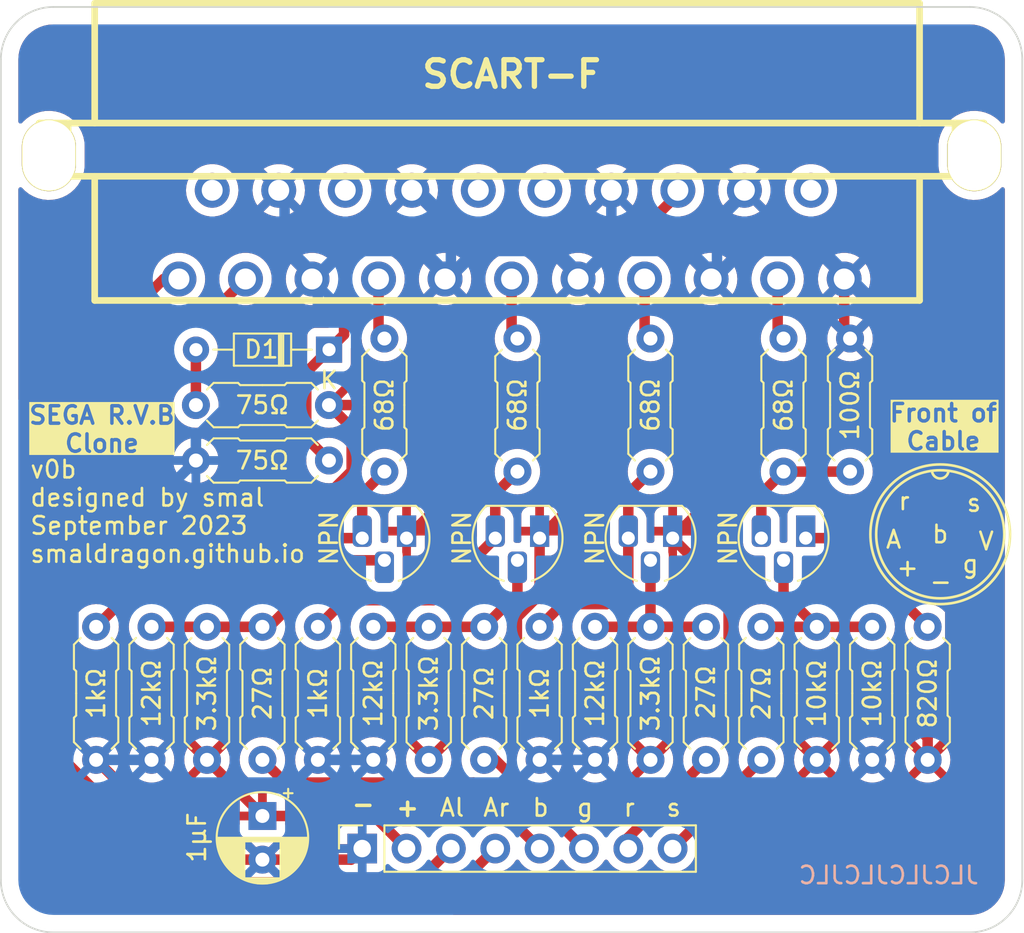
<source format=kicad_pcb>
(kicad_pcb (version 20221018) (generator pcbnew)
  (layers (0 "F.Cu" signal) (31 "B.Cu" signal) (34 "B.Paste" user) (35 "F.Paste" user) (36 "B.SilkS" user "B.Silkscreen") (37 "F.SilkS" user "F.Silkscreen") (38 "B.Mask" user) (39 "F.Mask" user) (44 "Edge.Cuts" user))
  (net 0 "")
  (net 2 "/audio right")
  (net 7 "/mode")
  (net 8 "Net-(D1-A)")
  (net 9 "/audio left")
  (net 10 "GND")
  (net 11 "/blue_amp")
  (net 12 "/green_amp")
  (net 13 "/red_amp")
  (net 14 "/sync_amp")
  (net 15 "+5V")
  (net 16 "Net-(Q1-B)")
  (net 17 "Net-(Q1-E)")
  (net 18 "Net-(Q2-B)")
  (net 19 "Net-(Q2-E)")
  (net 20 "Net-(Q3-B)")
  (net 21 "Net-(Q3-E)")
  (net 22 "Net-(Q4-C)")
  (net 23 "Net-(Q4-B)")
  (net 24 "Net-(Q4-E)")
  (net 25 "/red")
  (net 26 "/green")
  (net 27 "/blue")
  (net 28 "/sync")
  (footprint "PCM_Resistor_THT_AKL:R_Axial_DIN0207_L6.3mm_D2.5mm_P7.62mm_Horizontal" (layer "F.Cu") (at 129.065 102.525 180)
    (fp_text reference "R23" hide)
    (fp_text value "75Ω" (at 3.81 0) (layer "F.SilkS"))
    (pad "1" thru_hole circle (at 0 0 180) (size 1.6 1.6) (drill 0.8) (layers "*.Cu" "*.Mask") (net 7 "/mode"))
    (pad "2" thru_hole oval (at 7.62 0 180) (size 1.6 1.6) (drill 0.8) (layers "*.Cu" "*.Mask") (net 10 "GND"))
  )
  (footprint "PCM_Resistor_THT_AKL:R_Axial_DIN0207_L6.3mm_D2.5mm_P7.62mm_Horizontal" (layer "F.Cu") (at 118.905 119.67 90)
    (fp_text reference "R13" hide)
    (fp_text value "12kΩ" (at 3.81 0 90) (layer "F.SilkS"))
    (pad "1" thru_hole circle (at 0 0 90) (size 1.6 1.6) (drill 0.8) (layers "*.Cu" "*.Mask") (net 10 "GND"))
    (pad "2" thru_hole oval (at 7.62 0 90) (size 1.6 1.6) (drill 0.8) (layers "*.Cu" "*.Mask") (net 20 "Net-(Q3-B)"))
  )
  (footprint "PCM_Resistor_THT_AKL:R_Axial_DIN0207_L6.3mm_D2.5mm_P7.62mm_Horizontal" (layer "F.Cu") (at 155.1 103.16 90)
    (fp_text reference "R21" hide)
    (fp_text value "68Ω" (at 3.81 0 90) (layer "F.SilkS"))
    (pad "1" thru_hole circle (at 0 0 90) (size 1.6 1.6) (drill 0.8) (layers "*.Cu" "*.Mask") (net 24 "Net-(Q4-E)"))
    (pad "2" thru_hole oval (at 7.62 0 90) (size 1.6 1.6) (drill 0.8) (layers "*.Cu" "*.Mask") (net 14 "/sync_amp"))
  )
  (footprint "Capacitor_THT:CP_Radial_D5.0mm_P2.50mm" (layer "F.Cu") (at 125.255 122.885 -90)
    (fp_text reference "C1" hide)
    (fp_text value "1µF" (at 1.23 3.75 -90) (layer "F.SilkS"))
    (pad "1" thru_hole rect (at 0 0 270) (size 1.6 1.6) (drill 0.8) (layers "*.Cu" "*.Mask") (net 15 "+5V"))
    (pad "2" thru_hole circle (at 2.5 0 270) (size 1.6 1.6) (drill 0.8) (layers "*.Cu" "*.Mask") (net 10 "GND"))
  )
  (footprint "PCM_Resistor_THT_AKL:R_Axial_DIN0207_L6.3mm_D2.5mm_P7.62mm_Horizontal" (layer "F.Cu") (at 122.08 119.67 90)
    (fp_text reference "R12" hide)
    (fp_text value "3.3kΩ" (at 3.81 0 90) (layer "F.SilkS"))
    (pad "1" thru_hole circle (at 0 0 90) (size 1.6 1.6) (drill 0.8) (layers "*.Cu" "*.Mask") (net 15 "+5V"))
    (pad "2" thru_hole oval (at 7.62 0 90) (size 1.6 1.6) (drill 0.8) (layers "*.Cu" "*.Mask") (net 20 "Net-(Q3-B)"))
  )
  (footprint "PCM_Package_TO_SOT_THT_AKL:TO-92L_HandSolder" (layer "F.Cu") (at 156.37 106.97 180)
    (fp_text reference "Q4" hide)
    (fp_text value "NPN" (at 4.445 0 90) (layer "F.SilkS"))
    (pad "1" thru_hole rect (at 0 0 180) (size 1.1 1.8) (drill 0.75 (offset 0 0.4)) (layers "*.Cu" "*.Mask") (net 22 "Net-(Q4-C)"))
    (pad "2" thru_hole roundrect (at 1.27 -1.27 180) (size 1.1 1.8) (drill 0.75 (offset 0 -0.4)) (layers "*.Cu" "*.Mask") (net 23 "Net-(Q4-B)"))
    (pad "3" thru_hole roundrect (at 2.54 0 180) (size 1.1 1.8) (drill 0.75 (offset 0 0.4)) (layers "*.Cu" "*.Mask") (net 24 "Net-(Q4-E)"))
  )
  (footprint "PCM_Resistor_THT_AKL:R_Axial_DIN0207_L6.3mm_D2.5mm_P7.62mm_Horizontal" (layer "F.Cu") (at 132.24 103.16 90)
    (fp_text reference "R15" hide)
    (fp_text value "68Ω" (at 3.81 0 90) (layer "F.SilkS"))
    (pad "1" thru_hole circle (at 0 0 90) (size 1.6 1.6) (drill 0.8) (layers "*.Cu" "*.Mask") (net 21 "Net-(Q3-E)"))
    (pad "2" thru_hole oval (at 7.62 0 90) (size 1.6 1.6) (drill 0.8) (layers "*.Cu" "*.Mask") (net 11 "/blue_amp"))
  )
  (footprint "PCM_Resistor_THT_AKL:R_Axial_DIN0207_L6.3mm_D2.5mm_P7.62mm_Horizontal" (layer "F.Cu") (at 160.18 119.67 90)
    (fp_text reference "R18" hide)
    (fp_text value "10kΩ" (at 3.81 0 90) (layer "F.SilkS"))
    (pad "1" thru_hole circle (at 0 0 90) (size 1.6 1.6) (drill 0.8) (layers "*.Cu" "*.Mask") (net 10 "GND"))
    (pad "2" thru_hole oval (at 7.62 0 90) (size 1.6 1.6) (drill 0.8) (layers "*.Cu" "*.Mask") (net 23 "Net-(Q4-B)"))
  )
  (footprint "PCM_Resistor_THT_AKL:R_Axial_DIN0207_L6.3mm_D2.5mm_P7.62mm_Horizontal" (layer "F.Cu") (at 137.955 119.67 90)
    (fp_text reference "R6" hide)
    (fp_text value "27Ω" (at 3.81 0 90) (layer "F.SilkS"))
    (pad "1" thru_hole circle (at 0 0 90) (size 1.6 1.6) (drill 0.8) (layers "*.Cu" "*.Mask") (net 26 "/green"))
    (pad "2" thru_hole oval (at 7.62 0 90) (size 1.6 1.6) (drill 0.8) (layers "*.Cu" "*.Mask") (net 18 "Net-(Q2-B)"))
  )
  (footprint "PCM_Resistor_THT_AKL:R_Axial_DIN0207_L6.3mm_D2.5mm_P7.62mm_Horizontal" (layer "F.Cu") (at 128.43 119.67 90)
    (fp_text reference "R9" hide)
    (fp_text value "1kΩ" (at 3.81 0 90) (layer "F.SilkS"))
    (pad "1" thru_hole circle (at 0 0 90) (size 1.6 1.6) (drill 0.8) (layers "*.Cu" "*.Mask") (net 10 "GND"))
    (pad "2" thru_hole oval (at 7.62 0 90) (size 1.6 1.6) (drill 0.8) (layers "*.Cu" "*.Mask") (net 19 "Net-(Q2-E)"))
  )
  (footprint "Diode_THT:D_DO-34_SOD68_P7.62mm_Horizontal" (layer "F.Cu") (at 129.07 96.175 180)
    (fp_text reference "D1" (at 3.875 0.015) (layer "F.SilkS"))
    (fp_text value "D_Small_Filled")
    (fp_text user "K" (at 0 -1.75) (layer "F.SilkS"))
    (pad "1" thru_hole rect (at 0 0 180) (size 1.5 1.5) (drill 0.75) (layers "*.Cu" "*.Mask") (net 7 "/mode"))
    (pad "2" thru_hole oval (at 7.62 0 180) (size 1.5 1.5) (drill 0.75) (layers "*.Cu" "*.Mask") (net 8 "Net-(D1-A)"))
  )
  (footprint "PCM_Resistor_THT_AKL:R_Axial_DIN0207_L6.3mm_D2.5mm_P7.62mm_Horizontal" (layer "F.Cu") (at 131.605 119.67 90)
    (fp_text reference "R8" hide)
    (fp_text value "12kΩ" (at 3.81 0 90) (layer "F.SilkS"))
    (pad "1" thru_hole circle (at 0 0 90) (size 1.6 1.6) (drill 0.8) (layers "*.Cu" "*.Mask") (net 10 "GND"))
    (pad "2" thru_hole oval (at 7.62 0 90) (size 1.6 1.6) (drill 0.8) (layers "*.Cu" "*.Mask") (net 18 "Net-(Q2-B)"))
  )
  (footprint "PCM_Resistor_THT_AKL:R_Axial_DIN0207_L6.3mm_D2.5mm_P7.62mm_Horizontal" (layer "F.Cu") (at 125.255 119.67 90)
    (fp_text reference "R11" hide)
    (fp_text value "27Ω" (at 3.81 0 90) (layer "F.SilkS"))
    (pad "1" thru_hole circle (at 0 0 90) (size 1.6 1.6) (drill 0.8) (layers "*.Cu" "*.Mask") (net 27 "/blue"))
    (pad "2" thru_hole oval (at 7.62 0 90) (size 1.6 1.6) (drill 0.8) (layers "*.Cu" "*.Mask") (net 20 "Net-(Q3-B)"))
  )
  (footprint "PCM_Resistor_THT_AKL:R_Axial_DIN0207_L6.3mm_D2.5mm_P7.62mm_Horizontal" (layer "F.Cu") (at 158.91 95.54 -90)
    (fp_text reference "R20" hide)
    (fp_text value "100Ω" (at 3.81 0 90) (layer "F.SilkS"))
    (pad "1" thru_hole circle (at 0 0 270) (size 1.6 1.6) (drill 0.8) (layers "*.Cu" "*.Mask") (net 10 "GND"))
    (pad "2" thru_hole oval (at 7.62 0 270) (size 1.6 1.6) (drill 0.8) (layers "*.Cu" "*.Mask") (net 24 "Net-(Q4-E)"))
  )
  (footprint "PCM_Resistor_THT_AKL:R_Axial_DIN0207_L6.3mm_D2.5mm_P7.62mm_Horizontal" (layer "F.Cu") (at 157.005 119.67 90)
    (fp_text reference "R17" hide)
    (fp_text value "10kΩ" (at 3.81 0 90) (layer "F.SilkS"))
    (pad "1" thru_hole circle (at 0 0 90) (size 1.6 1.6) (drill 0.8) (layers "*.Cu" "*.Mask") (net 15 "+5V"))
    (pad "2" thru_hole oval (at 7.62 0 90) (size 1.6 1.6) (drill 0.8) (layers "*.Cu" "*.Mask") (net 23 "Net-(Q4-B)"))
  )
  (footprint "PCM_Resistor_THT_AKL:R_Axial_DIN0207_L6.3mm_D2.5mm_P7.62mm_Horizontal" (layer "F.Cu") (at 153.83 119.67 90)
    (fp_text reference "R16" hide)
    (fp_text value "27Ω" (at 3.81 0 90) (layer "F.SilkS"))
    (pad "1" thru_hole circle (at 0 0 90) (size 1.6 1.6) (drill 0.8) (layers "*.Cu" "*.Mask") (net 28 "/sync"))
    (pad "2" thru_hole oval (at 7.62 0 90) (size 1.6 1.6) (drill 0.8) (layers "*.Cu" "*.Mask") (net 23 "Net-(Q4-B)"))
  )
  (footprint "PCM_Resistor_THT_AKL:R_Axial_DIN0207_L6.3mm_D2.5mm_P7.62mm_Horizontal" (layer "F.Cu") (at 147.48 103.16 90)
    (fp_text reference "R5" hide)
    (fp_text value "68Ω" (at 3.81 0 90) (layer "F.SilkS"))
    (pad "1" thru_hole circle (at 0 0 90) (size 1.6 1.6) (drill 0.8) (layers "*.Cu" "*.Mask") (net 17 "Net-(Q1-E)"))
    (pad "2" thru_hole oval (at 7.62 0 90) (size 1.6 1.6) (drill 0.8) (layers "*.Cu" "*.Mask") (net 13 "/red_amp"))
  )
  (footprint "PCM_Resistor_THT_AKL:R_Axial_DIN0207_L6.3mm_D2.5mm_P7.62mm_Horizontal" (layer "F.Cu") (at 147.48 119.67 90)
    (fp_text reference "R2" hide)
    (fp_text value "3.3kΩ" (at 3.81 0 90) (layer "F.SilkS"))
    (pad "1" thru_hole circle (at 0 0 90) (size 1.6 1.6) (drill 0.8) (layers "*.Cu" "*.Mask") (net 15 "+5V"))
    (pad "2" thru_hole oval (at 7.62 0 90) (size 1.6 1.6) (drill 0.8) (layers "*.Cu" "*.Mask") (net 16 "Net-(Q1-B)"))
  )
  (footprint "Video:SCART" (layer "F.Cu") (at 139.52482 84.84934 180)
    (fp_text reference "J1" hide)
    (fp_text value "SCART-F" (at 0 4.445) (layer "F.SilkS") (effects (font (size 1.524 1.524) (thickness 0.3048))))
    (pad "" np_thru_hole oval (at -26.49982 -0.20066 180) (size 3.1 4.1) (drill oval 3 4) (layers "*.Cu" "*.Mask" "F.SilkS"))
    (pad "" np_thru_hole oval (at 26.49982 -0.20066 180) (size 3.1 4.1) (drill oval 3 4) (layers "*.Cu" "*.Mask" "F.SilkS"))
    (pad "1" thru_hole circle (at 19.05 -7.27964 180) (size 1.99898 1.99898) (drill 1.19888) (layers "*.Cu" "*.Mask") (net 2 "/audio right"))
    (pad "2" thru_hole circle (at 17.145 -2.19964 180) (size 1.99898 1.99898) (drill 1.19888) (layers "*.Cu" "*.Mask"))
    (pad "3" thru_hole circle (at 15.24 -7.27964 180) (size 1.99898 1.99898) (drill 1.19888) (layers "*.Cu" "*.Mask") (net 9 "/audio left"))
    (pad "4" thru_hole circle (at 13.335 -2.19964 180) (size 1.99898 1.99898) (drill 1.19888) (layers "*.Cu" "*.Mask") (net 10 "GND"))
    (pad "5" thru_hole circle (at 11.43 -7.27964 180) (size 1.99898 1.99898) (drill 1.19888) (layers "*.Cu" "*.Mask") (net 10 "GND"))
    (pad "6" thru_hole circle (at 9.525 -2.19964 180) (size 1.99898 1.99898) (drill 1.19888) (layers "*.Cu" "*.Mask"))
    (pad "7" thru_hole circle (at 7.62 -7.27964 180) (size 1.99898 1.99898) (drill 1.19888) (layers "*.Cu" "*.Mask") (net 11 "/blue_amp"))
    (pad "8" thru_hole circle (at 5.715 -2.19964 180) (size 1.99898 1.99898) (drill 1.19888) (layers "*.Cu" "*.Mask") (net 10 "GND"))
    (pad "9" thru_hole circle (at 3.81 -7.27964 180) (size 1.99898 1.99898) (drill 1.19888) (layers "*.Cu" "*.Mask") (net 10 "GND"))
    (pad "10" thru_hole circle (at 1.905 -2.19964 180) (size 1.99898 1.99898) (drill 1.19888) (layers "*.Cu" "*.Mask"))
    (pad "11" thru_hole circle (at 0 -7.27964 180) (size 1.99898 1.99898) (drill 1.19888) (layers "*.Cu" "*.Mask") (net 12 "/green_amp"))
    (pad "12" thru_hole circle (at -1.905 -2.19964 180) (size 1.99898 1.99898) (drill 1.19888) (layers "*.Cu" "*.Mask"))
    (pad "13" thru_hole circle (at -3.81 -7.27964 180) (size 1.99898 1.99898) (drill 1.19888) (layers "*.Cu" "*.Mask") (net 10 "GND"))
    (pad "14" thru_hole circle (at -5.715 -2.19964 180) (size 1.99898 1.99898) (drill 1.19888) (layers "*.Cu" "*.Mask") (net 10 "GND"))
    (pad "15" thru_hole circle (at -7.62 -7.27964 180) (size 1.99898 1.99898) (drill 1.19888) (layers "*.Cu" "*.Mask") (net 13 "/red_amp"))
    (pad "16" thru_hole circle (at -9.525 -2.19964 180) (size 1.99898 1.99898) (drill 1.19888) (layers "*.Cu" "*.Mask") (net 7 "/mode"))
    (pad "17" thru_hole circle (at -11.43 -7.27964 180) (size 1.99898 1.99898) (drill 1.19888) (layers "*.Cu" "*.Mask") (net 10 "GND"))
    (pad "18" thru_hole circle (at -13.335 -2.19964 180) (size 1.99898 1.99898) (drill 1.19888) (layers "*.Cu" "*.Mask") (net 10 "GND"))
    (pad "19" thru_hole circle (at -15.24 -7.27964 180) (size 1.99898 1.99898) (drill 1.19888) (layers "*.Cu" "*.Mask") (net 14 "/sync_amp"))
    (pad "20" thru_hole circle (at -17.145 -2.19964 180) (size 1.99898 1.99898) (drill 1.19888) (layers "*.Cu" "*.Mask"))
    (pad "21" thru_hole circle (at -19.05 -7.27964 180) (size 1.99898 1.99898) (drill 1.19888) (layers "*.Cu" "*.Mask") (net 10 "GND"))
  )
  (footprint "PCM_Package_TO_SOT_THT_AKL:TO-92L_HandSolder" (layer "F.Cu") (at 148.75 106.97 180)
    (fp_text reference "Q1" hide)
    (fp_text value "NPN" (at 4.445 0 90) (layer "F.SilkS"))
    (pad "1" thru_hole rect (at 0 0 180) (size 1.1 1.8) (drill 0.75 (offset 0 0.4)) (layers "*.Cu" "*.Mask") (net 15 "+5V"))
    (pad "2" thru_hole roundrect (at 1.27 -1.27 180) (size 1.1 1.8) (drill 0.75 (offset 0 -0.4)) (layers "*.Cu" "*.Mask") (net 16 "Net-(Q1-B)"))
    (pad "3" thru_hole roundrect (at 2.54 0 180) (size 1.1 1.8) (drill 0.75 (offset 0 0.4)) (layers "*.Cu" "*.Mask") (net 17 "Net-(Q1-E)"))
  )
  (footprint "PCM_Resistor_THT_AKL:R_Axial_DIN0207_L6.3mm_D2.5mm_P7.62mm_Horizontal" (layer "F.Cu") (at 134.78 119.67 90)
    (fp_text reference "R7" hide)
    (fp_text value "3.3kΩ" (at 3.81 0 90) (layer "F.SilkS"))
    (pad "1" thru_hole circle (at 0 0 90) (size 1.6 1.6) (drill 0.8) (layers "*.Cu" "*.Mask") (net 15 "+5V"))
    (pad "2" thru_hole oval (at 7.62 0 90) (size 1.6 1.6) (drill 0.8) (layers "*.Cu" "*.Mask") (net 18 "Net-(Q2-B)"))
  )
  (footprint "PCM_Resistor_THT_AKL:R_Axial_DIN0207_L6.3mm_D2.5mm_P7.62mm_Horizontal" (layer "F.Cu") (at 115.73 119.67 90)
    (fp_text reference "R14" hide)
    (fp_text value "1kΩ" (at 3.81 0 90) (layer "F.SilkS"))
    (pad "1" thru_hole circle (at 0 0 90) (size 1.6 1.6) (drill 0.8) (layers "*.Cu" "*.Mask") (net 10 "GND"))
    (pad "2" thru_hole oval (at 7.62 0 90) (size 1.6 1.6) (drill 0.8) (layers "*.Cu" "*.Mask") (net 21 "Net-(Q3-E)"))
  )
  (footprint "PCM_Resistor_THT_AKL:R_Axial_DIN0207_L6.3mm_D2.5mm_P7.62mm_Horizontal" (layer "F.Cu") (at 129.065 99.35 180)
    (fp_text reference "R22" hide)
    (fp_text value "75Ω" (at 3.81 0) (layer "F.SilkS"))
    (pad "1" thru_hole circle (at 0 0 180) (size 1.6 1.6) (drill 0.8) (layers "*.Cu" "*.Mask") (net 15 "+5V"))
    (pad "2" thru_hole oval (at 7.62 0 180) (size 1.6 1.6) (drill 0.8) (layers "*.Cu" "*.Mask") (net 8 "Net-(D1-A)"))
  )
  (footprint "PCM_Resistor_THT_AKL:R_Axial_DIN0207_L6.3mm_D2.5mm_P7.62mm_Horizontal" (layer "F.Cu") (at 150.655 119.67 90)
    (fp_text reference "R1" hide)
    (fp_text value "27Ω" (at 3.88 0 90) (layer "F.SilkS"))
    (pad "1" thru_hole circle (at 0 0 90) (size 1.6 1.6) (drill 0.8) (layers "*.Cu" "*.Mask") (net 25 "/red"))
    (pad "2" thru_hole oval (at 7.62 0 90) (size 1.6 1.6) (drill 0.8) (layers "*.Cu" "*.Mask") (net 16 "Net-(Q1-B)"))
  )
  (footprint "PCM_Package_TO_SOT_THT_AKL:TO-92L_HandSolder" (layer "F.Cu") (at 133.51 106.97 180)
    (fp_text reference "Q3" hide)
    (fp_text value "NPN" (at 4.445 0 90) (layer "F.SilkS"))
    (pad "1" thru_hole rect (at 0 0 180) (size 1.1 1.8) (drill 0.75 (offset 0 0.4)) (layers "*.Cu" "*.Mask") (net 15 "+5V"))
    (pad "2" thru_hole roundrect (at 1.27 -1.27 180) (size 1.1 1.8) (drill 0.75 (offset 0 -0.4)) (layers "*.Cu" "*.Mask") (net 20 "Net-(Q3-B)"))
    (pad "3" thru_hole roundrect (at 2.54 0 180) (size 1.1 1.8) (drill 0.75 (offset 0 0.4)) (layers "*.Cu" "*.Mask") (net 21 "Net-(Q3-E)"))
  )
  (footprint "PCM_Resistor_THT_AKL:R_Axial_DIN0207_L6.3mm_D2.5mm_P7.62mm_Horizontal" (layer "F.Cu") (at 139.86 103.16 90)
    (fp_text reference "R10" hide)
    (fp_text value "68Ω" (at 3.81 0 90) (layer "F.SilkS"))
    (pad "1" thru_hole circle (at 0 0 90) (size 1.6 1.6) (drill 0.8) (layers "*.Cu" "*.Mask") (net 19 "Net-(Q2-E)"))
    (pad "2" thru_hole oval (at 7.62 0 90) (size 1.6 1.6) (drill 0.8) (layers "*.Cu" "*.Mask") (net 12 "/green_amp"))
  )
  (footprint "PCM_Package_TO_SOT_THT_AKL:TO-92L_HandSolder" (layer "F.Cu") (at 141.13 106.97 180)
    (fp_text reference "Q2" hide)
    (fp_text value "NPN" (at 4.445 0 90) (layer "F.SilkS"))
    (pad "1" thru_hole rect (at 0 0 180) (size 1.1 1.8) (drill 0.75 (offset 0 0.4)) (layers "*.Cu" "*.Mask") (net 15 "+5V"))
    (pad "2" thru_hole roundrect (at 1.27 -1.27 180) (size 1.1 1.8) (drill 0.75 (offset 0 -0.4)) (layers "*.Cu" "*.Mask") (net 18 "Net-(Q2-B)"))
    (pad "3" thru_hole roundrect (at 2.54 0 180) (size 1.1 1.8) (drill 0.75 (offset 0 0.4)) (layers "*.Cu" "*.Mask") (net 19 "Net-(Q2-E)"))
  )
  (footprint "Connector_PinSocket_2.54mm:PinSocket_1x08_P2.54mm_Vertical" (layer "F.Cu") (at 130.97 124.75 90)
    (fp_text reference "J3" hide)
    (fp_text value "Conn_01x08")
    (pad "1" thru_hole rect (at 0 0 90) (size 1.7 1.7) (drill 1) (layers "*.Cu" "*.Mask") (net 10 "GND"))
    (pad "2" thru_hole oval (at 0 2.54 90) (size 1.7 1.7) (drill 1) (layers "*.Cu" "*.Mask") (net 15 "+5V"))
    (pad "3" thru_hole oval (at 0 5.08 90) (size 1.7 1.7) (drill 1) (layers "*.Cu" "*.Mask") (net 9 "/audio left"))
    (pad "4" thru_hole oval (at 0 7.62 90) (size 1.7 1.7) (drill 1) (layers "*.Cu" "*.Mask") (net 2 "/audio right"))
    (pad "5" thru_hole oval (at 0 10.16 90) (size 1.7 1.7) (drill 1) (layers "*.Cu" "*.Mask") (net 27 "/blue"))
    (pad "6" thru_hole oval (at 0 12.7 90) (size 1.7 1.7) (drill 1) (layers "*.Cu" "*.Mask") (net 26 "/green"))
    (pad "7" thru_hole oval (at 0 15.24 90) (size 1.7 1.7) (drill 1) (layers "*.Cu" "*.Mask") (net 25 "/red"))
    (pad "8" thru_hole oval (at 0 17.78 90) (size 1.7 1.7) (drill 1) (layers "*.Cu" "*.Mask") (net 28 "/sync"))
  )
  (footprint "PCM_Resistor_THT_AKL:R_Axial_DIN0207_L6.3mm_D2.5mm_P7.62mm_Horizontal" (layer "F.Cu") (at 141.13 119.67 90)
    (fp_text reference "R4" hide)
    (fp_text value "1kΩ" (at 3.81 0 90) (layer "F.SilkS"))
    (pad "1" thru_hole circle (at 0 0 90) (size 1.6 1.6) (drill 0.8) (layers "*.Cu" "*.Mask") (net 10 "GND"))
    (pad "2" thru_hole oval (at 7.62 0 90) (size 1.6 1.6) (drill 0.8) (layers "*.Cu" "*.Mask") (net 17 "Net-(Q1-E)"))
  )
  (footprint "PCM_Resistor_THT_AKL:R_Axial_DIN0207_L6.3mm_D2.5mm_P7.62mm_Horizontal" (layer "F.Cu") (at 144.305 119.67 90)
    (fp_text reference "R3" hide)
    (fp_text value "12kΩ" (at 3.81 0 90) (layer "F.SilkS"))
    (pad "1" thru_hole circle (at 0 0 90) (size 1.6 1.6) (drill 0.8) (layers "*.Cu" "*.Mask") (net 10 "GND"))
    (pad "2" thru_hole oval (at 7.62 0 90) (size 1.6 1.6) (drill 0.8) (layers "*.Cu" "*.Mask") (net 16 "Net-(Q1-B)"))
  )
  (footprint "PCM_Resistor_THT_AKL:R_Axial_DIN0207_L6.3mm_D2.5mm_P7.62mm_Horizontal" (layer "F.Cu") (at 163.355 119.67 90)
    (fp_text reference "R19" hide)
    (fp_text value "820Ω" (at 3.81 0 90) (layer "F.SilkS"))
    (pad "1" thru_hole circle (at 0 0 90) (size 1.6 1.6) (drill 0.8) (layers "*.Cu" "*.Mask") (net 15 "+5V"))
    (pad "2" thru_hole oval (at 7.62 0 90) (size 1.6 1.6) (drill 0.8) (layers "*.Cu" "*.Mask") (net 22 "Net-(Q4-C)"))
  )
  (gr_circle (center 164.075 106.75) (end 167.375 105.15) (stroke (width 0.15)) (fill none) (layer "F.SilkS"))
  (gr_arc (start 164.543521 103.14189) (mid 164.079092 103.55484) (end 163.607577 103.15) (stroke (width 0.15)) (layer "F.SilkS"))
  (gr_circle (center 164.075 106.75) (end 168.075 106.75) (stroke (width 0.15)) (fill none) (layer "F.SilkS"))
  (gr_arc (start 168.775 126.55) (mid 167.89632 128.67132) (end 165.775 129.55) (stroke (width 0.1)) (layer "Edge.Cuts"))
  (gr_line (start 113.275 129.55) (end 165.775 129.55) (stroke (width 0.1)) (layer "Edge.Cuts"))
  (gr_line (start 110.275 79.55) (end 110.275 126.55) (stroke (width 0.1)) (layer "Edge.Cuts"))
  (gr_arc (start 165.775 76.550001) (mid 167.89632 77.42868) (end 168.775 79.55) (stroke (width 0.1)) (layer "Edge.Cuts"))
  (gr_arc (start 110.275 79.55) (mid 111.15368 77.42868) (end 113.275 76.55) (stroke (width 0.1)) (layer "Edge.Cuts"))
  (gr_line (start 168.775 126.55) (end 168.775 79.55) (stroke (width 0.1)) (layer "Edge.Cuts"))
  (gr_arc (start 113.275 129.55) (mid 111.15368 128.67132) (end 110.275 126.55) (stroke (width 0.1)) (layer "Edge.Cuts"))
  (gr_line (start 165.775 76.55) (end 113.275 76.55) (stroke (width 0.1)) (layer "Edge.Cuts"))
  (gr_text "JLCJLCJLCJLC" (at 166.365 126.86) (layer "B.SilkS") (effects (font (size 1 1)) (justify left bottom mirror)))
  (gr_text "s" (at 148.81 122.99) (layer "F.SilkS") (effects (font (size 1 1)) (justify bottom)))
  (gr_text "r" (at 146.27 122.99) (layer "F.SilkS") (effects (font (size 1 1)) (justify bottom)))
  (gr_text "v0b\ndesigned by smal\nSeptember 2023\nsmaldragon.github.io" (at 111.875 105.45) (layer "F.SilkS") (effects (font (size 1 1)) (justify left)))
  (gr_text "b" (at 141.19 122.99) (layer "F.SilkS") (effects (font (size 1 1)) (justify bottom)))
  (gr_text "+" (at 162.207576 108.65) (layer "F.SilkS") (effects (font (size 1 1))))
  (gr_text "g" (at 165.807576 108.45) (layer "F.SilkS") (effects (font (size 1 1))))
  (gr_text "r" (at 162.007576 104.85) (layer "F.SilkS") (effects (font (size 1 1))))
  (gr_text "SEGA R.V.B\nClone" (at 116.063 99.35) (layer "F.SilkS" knockout) (effects (font (size 1 1) (thickness 0.2) bold) (justify top)))
  (gr_text "V" (at 166.707576 107.15) (layer "F.SilkS") (effects (font (size 1 1))))
  (gr_text "+" (at 133.57 122.99) (layer "F.SilkS") (effects (font (size 1 1) (thickness 0.2) bold) (justify bottom)))
  (gr_text "b" (at 164.075 106.75) (layer "F.SilkS") (effects (font (size 1 1))))
  (gr_text "g" (at 143.73 122.99) (layer "F.SilkS") (effects (font (size 1 1)) (justify bottom)))
  (gr_text "-" (at 164.107576 109.45) (layer "F.SilkS") (effects (font (size 1 1))))
  (gr_text "Ar" (at 138.65 122.99) (layer "F.SilkS") (effects (font (size 1 1)) (justify bottom)))
  (gr_text "A" (at 161.407576 107.05) (layer "F.SilkS") (effects (font (size 1 1))))
  (gr_text "Al" (at 136.11 122.99) (layer "F.SilkS") (effects (font (size 1 1)) (justify bottom)))
  (gr_text "-\n" (at 131.03 122.79) (layer "F.SilkS") (effects (font (size 1 1) (thickness 0.2) bold) (justify bottom)))
  (gr_text "s" (at 166.007576 104.95) (layer "F.SilkS") (effects (font (size 1 1))))
  (gr_text "Front of\nCable" (at 164.255 102) (layer "F.SilkS" knockout) (effects (font (size 1 1) (thickness 0.2) bold) (justify bottom)))
  (segment (start 120.475 127.95) (end 111.745 119.22) (width 0.6) (layer "F.Cu") (net 2))
  (segment (start 138.59 124.75) (end 135.39 127.95) (width 0.6) (layer "F.Cu") (net 2))
  (segment (start 135.39 127.95) (end 120.475 127.95) (width 0.6) (layer "F.Cu") (net 2))
  (segment (start 111.745 119.22) (end 111.745 99.985) (width 0.6) (layer "F.Cu") (net 2))
  (segment (start 119.60102 92.12898) (end 120.47482 92.12898) (width 0.6) (layer "F.Cu") (net 2))
  (segment (start 111.745 99.985) (end 119.60102 92.12898) (width 0.6) (layer "F.Cu") (net 2))
  (segment (start 147.16415 89.16549) (end 149.385 86.94464) (width 0.6) (layer "F.Cu") (net 7))
  (segment (start 127.765 97.48) (end 129.07 96.175) (width 0.6) (layer "F.Cu") (net 7))
  (segment (start 149.385 86.94464) (end 149.385 87.666) (width 0.6) (layer "F.Cu") (net 7))
  (segment (start 131.70951 89.16549) (end 147.16415 89.16549) (width 0.6) (layer "F.Cu") (net 7))
  (segment (start 127.765 101.225) (end 127.765 97.48) (width 0.6) (layer "F.Cu") (net 7))
  (segment (start 129.07 96.175) (end 129.92949 95.31551) (width 0.6) (layer "F.Cu") (net 7))
  (segment (start 129.065 102.525) (end 127.765 101.225) (width 0.6) (layer "F.Cu") (net 7))
  (segment (start 129.92949 95.31551) (end 129.92949 90.94551) (width 0.6) (layer "F.Cu") (net 7))
  (segment (start 129.92949 90.94551) (end 131.70951 89.16549) (width 0.6) (layer "F.Cu") (net 7))
  (segment (start 121.445 99.35) (end 121.445 96.18) (width 0.6) (layer "F.Cu") (net 8))
  (segment (start 121.445 96.18) (end 121.45 96.175) (width 0.6) (layer "F.Cu") (net 8))
  (segment (start 120.906522 126.685) (end 113.025 118.803478) (width 0.6) (layer "F.Cu") (net 9))
  (segment (start 119.365 94.27) (end 122.1438 94.27) (width 0.6) (layer "F.Cu") (net 9))
  (segment (start 134.115 126.685) (end 120.906522 126.685) (width 0.6) (layer "F.Cu") (net 9))
  (segment (start 113.025 118.803478) (end 113.025 100.61) (width 0.6) (layer "F.Cu") (net 9))
  (segment (start 122.1438 94.27) (end 124.28482 92.12898) (width 0.6) (layer "F.Cu") (net 9))
  (segment (start 113.025 100.61) (end 119.365 94.27) (width 0.6) (layer "F.Cu") (net 9))
  (segment (start 136.05 124.75) (end 134.115 126.685) (width 0.6) (layer "F.Cu") (net 9))
  (segment (start 158.57482 95.20482) (end 158.57482 93.08118) (width 0.6) (layer "F.Cu") (net 10))
  (segment (start 115.73 119.67) (end 121.445 125.385) (width 0.6) (layer "F.Cu") (net 10))
  (segment (start 125.255 125.385) (end 130.335 125.385) (width 0.6) (layer "F.Cu") (net 10))
  (segment (start 121.445 125.385) (end 125.255 125.385) (width 0.6) (layer "F.Cu") (net 10))
  (segment (start 158.91 95.54) (end 158.57482 95.20482) (width 0.6) (layer "F.Cu") (net 10))
  (segment (start 130.335 125.385) (end 130.97 124.75) (width 0.6) (layer "F.Cu") (net 10))
  (segment (start 136.05 88.84964) (end 134.145 86.94464) (width 0.6) (layer "B.Cu") (net 10))
  (segment (start 143.67 92.02464) (end 145.16949 90.52515) (width 0.6) (layer "B.Cu") (net 10))
  (segment (start 136.05 92.02464) (end 137.54949 90.52515) (width 0.6) (layer "B.Cu") (net 10))
  (segment (start 128.43 92.02464) (end 128.43 94.203478) (width 0.6) (layer "B.Cu") (net 10))
  (segment (start 142.17051 90.52515) (end 143.67 92.02464) (width 0.6) (layer "B.Cu") (net 10))
  (segment (start 152.78949 90.52515) (end 157.41051 90.52515) (width 0.6) (layer "B.Cu") (net 10))
  (segment (start 157.41051 90.52515) (end 158.91 92.02464) (width 0.6) (layer "B.Cu") (net 10))
  (segment (start 120.205 120.97) (end 118.905 119.67) (width 0.6) (layer "B.Cu") (net 10))
  (segment (start 160.18 119.67) (end 158.88 120.97) (width 0.6) (layer "B.Cu") (net 10))
  (segment (start 126.525 90.11964) (end 128.43 92.02464) (width 0.6) (layer "B.Cu") (net 10))
  (segment (start 128.43 94.203478) (end 121.445 101.188478) (width 0.6) (layer "B.Cu") (net 10))
  (segment (start 145.23982 87.04898) (end 145.23982 90.22398) (width 0.6) (layer "B.Cu") (net 10))
  (segment (start 114.43 118.37) (end 114.43 109.54) (width 0.6) (layer "B.Cu") (net 10))
  (segment (start 144.305 119.67) (end 141.13 119.67) (width 0.6) (layer "B.Cu") (net 10))
  (segment (start 158.88 120.97) (end 145.605 120.97) (width 0.6) (layer "B.Cu") (net 10))
  (segment (start 145.16949 90.52515) (end 149.79051 90.52515) (width 0.6) (layer "B.Cu") (net 10))
  (segment (start 127.13 120.97) (end 120.205 120.97) (width 0.6) (layer "B.Cu") (net 10))
  (segment (start 126.525 86.94464) (end 126.525 90.11964) (width 0.6) (layer "B.Cu") (net 10))
  (segment (start 141.13 119.67) (end 139.83 120.97) (width 0.6) (layer "B.Cu") (net 10))
  (segment (start 164.655 115.195) (end 160.18 119.67) (width 0.6) (layer "B.Cu") (net 10))
  (segment (start 128.43 119.67) (end 131.605 119.67) (width 0.6) (layer "B.Cu") (net 10))
  (segment (start 145.23982 90.22398) (end 143.33482 92.12898) (width 0.6) (layer "B.Cu") (net 10))
  (segment (start 132.905 120.97) (end 131.605 119.67) (width 0.6) (layer "B.Cu") (net 10))
  (segment (start 145.605 120.97) (end 144.305 119.67) (width 0.6) (layer "B.Cu") (net 10))
  (segment (start 158.91 92.02464) (end 164.655 97.76964) (width 0.6) (layer "B.Cu") (net 10))
  (segment (start 115.73 119.67) (end 118.905 119.67) (width 0.6) (layer "B.Cu") (net 10))
  (segment (start 151.29 88.84964) (end 153.195 86.94464) (width 0.6) (layer "B.Cu") (net 10))
  (segment (start 151.29 92.02464) (end 152.78949 90.52515) (width 0.6) (layer "B.Cu") (net 10))
  (segment (start 164.655 97.76964) (end 164.655 115.195) (width 0.6) (layer "B.Cu") (net 10))
  (segment (start 134.55051 90.52515) (end 136.05 92.02464) (width 0.6) (layer "B.Cu") (net 10))
  (segment (start 139.83 120.97) (end 132.905 120.97) (width 0.6) (layer "B.Cu") (net 10))
  (segment (start 114.43 109.54) (end 121.445 102.525) (width 0.6) (layer "B.Cu") (net 10))
  (segment (start 115.73 119.67) (end 114.43 118.37) (width 0.6) (layer "B.Cu") (net 10))
  (segment (start 129.92949 90.52515) (end 134.55051 90.52515) (width 0.6) (layer "B.Cu") (net 10))
  (segment (start 121.445 101.188478) (end 121.445 102.525) (width 0.6) (layer "B.Cu") (net 10))
  (segment (start 136.05 92.02464) (end 136.05 88.84964) (width 0.6) (layer "B.Cu") (net 10))
  (segment (start 137.54949 90.52515) (end 142.17051 90.52515) (width 0.6) (layer "B.Cu") (net 10))
  (segment (start 128.43 119.67) (end 127.13 120.97) (width 0.6) (layer "B.Cu") (net 10))
  (segment (start 128.43 92.02464) (end 129.92949 90.52515) (width 0.6) (layer "B.Cu") (net 10))
  (segment (start 151.29 92.02464) (end 151.29 88.84964) (width 0.6) (layer "B.Cu") (net 10))
  (segment (start 149.79051 90.52515) (end 151.29 92.02464) (width 0.6) (layer "B.Cu") (net 10))
  (segment (start 131.90482 95.20482) (end 131.90482 93.08118) (width 0.6) (layer "F.Cu") (net 11))
  (segment (start 132.24 95.54) (end 131.90482 95.20482) (width 0.6) (layer "F.Cu") (net 11))
  (segment (start 139.86 95.54) (end 139.52482 95.20482) (width 0.6) (layer "F.Cu") (net 12))
  (segment (start 139.52482 95.20482) (end 139.52482 93.08118) (width 0.6) (layer "F.Cu") (net 12))
  (segment (start 147.14482 95.20482) (end 147.14482 93.08118) (width 0.6) (layer "F.Cu") (net 13))
  (segment (start 147.48 95.54) (end 147.14482 95.20482) (width 0.6) (layer "F.Cu") (net 13))
  (segment (start 154.76482 92.12898) (end 154.76482 95.20482) (width 0.6) (layer "F.Cu") (net 14))
  (segment (start 154.76482 95.20482) (end 155.1 95.54) (width 0.6) (layer "F.Cu") (net 14))
  (segment (start 135.415 99.35) (end 136.05 99.985) (width 0.6) (layer "F.Cu") (net 15))
  (segment (start 157.005 119.67) (end 152.53 115.195) (width 0.6) (layer "F.Cu") (net 15))
  (segment (start 148.75 106.97) (end 151.29 104.43) (width 0.6) (layer "F.Cu") (net 15))
  (segment (start 141.13 106.97) (end 141.13 110.211522) (width 0.6) (layer "F.Cu") (net 15))
  (segment (start 113.825 114.59) (end 116.365 117.13) (width 0.6) (layer "F.Cu") (net 15))
  (segment (start 123.35 117.13) (end 132.24 117.13) (width 0.6) (layer "F.Cu") (net 15))
  (segment (start 141.13 106.97) (end 143.035 105.065) (width 0.6) (layer "F.Cu") (net 15))
  (segment (start 123.35 117.13) (end 124.62 117.13) (width 0.6) (layer "F.Cu") (net 15))
  (segment (start 137.32 117.13) (end 139.86 117.13) (width 0.6) (layer "F.Cu") (net 15))
  (segment (start 141.13 110.211522) (end 139.83 111.511522) (width 0.6) (layer "F.Cu") (net 15))
  (segment (start 122.08 119.67) (end 124.62 117.13) (width 0.6) (layer "F.Cu") (net 15))
  (segment (start 163.355 118.4) (end 163.355 119.67) (width 0.6) (layer "F.Cu") (net 15))
  (segment (start 151.29 104.43) (end 151.29 99.985) (width 0.6) (layer "F.Cu") (net 15))
  (segment (start 129.065 99.35) (end 130.365 100.65) (width 0.6) (layer "F.Cu") (net 15))
  (segment (start 160.18 116.495) (end 161.45 116.495) (width 0.6) (layer "F.Cu") (net 15))
  (segment (start 157.005 119.67) (end 160.18 116.495) (width 0.6) (layer "F.Cu") (net 15))
  (segment (start 148.75 106.97) (end 151.955 110.175) (width 0.6) (layer "F.Cu") (net 15))
  (segment (start 125.255 122.885) (end 125.255 122.845) (width 0.6) (layer "F.Cu") (net 15))
  (segment (start 122.08 119.67) (end 119.54 117.13) (width 0.6) (layer "F.Cu") (net 15))
  (segment (start 143.035 99.985) (end 136.05 99.985) (width 0.6) (layer "F.Cu") (net 15))
  (segment (start 116.365 117.13) (end 119.54 117.13) (width 0.6) (layer "F.Cu") (net 15))
  (segment (start 120.81 117.13) (end 123.35 117.13) (width 0.6) (layer "F.Cu") (net 15))
  (segment (start 164.655 118.37) (end 164.655 104) (width 0.6) (layer "F.Cu") (net 15))
  (segment (start 139.83 117.1) (end 139.86 117.13) (width 0.6) (layer "F.Cu") (net 15))
  (segment (start 119.54 117.13) (end 120.81 117.13) (width 0.6) (layer "F.Cu") (net 15))
  (segment (start 131.645 122.885) (end 125.255 122.885) (width 0.6) (layer "F.Cu") (net 15))
  (segment (start 151.955 110.175) (end 151.955 115.195) (width 0.6) (layer "F.Cu") (net 15))
  (segment (start 143.035 105.065) (end 143.035 99.985) (width 0.6) (layer "F.Cu") (net 15))
  (segment (start 130.365 103.13) (end 126.525 106.97) (width 0.6) (layer "F.Cu") (net 15))
  (segment (start 132.24 117.13) (end 137.32 117.13) (width 0.6) (layer "F.Cu") (net 15))
  (segment (start 130.365 100.65) (end 130.365 103.13) (width 0.6) (layer "F.Cu") (net 15))
  (segment (start 126.525 106.97) (end 115.055 106.97) (width 0.6) (layer "F.Cu") (net 15))
  (segment (start 132.24 117.13) (end 134.78 119.67) (width 0.6) (layer "F.Cu") (net 15))
  (segment (start 115.055 106.97) (end 113.825 108.2) (width 0.6) (layer "F.Cu") (net 15))
  (segment (start 163.355 119.67) (end 164.655 118.37) (width 0.6) (layer "F.Cu") (net 15))
  (segment (start 129.065 99.35) (end 135.415 99.35) (width 0.6) (layer "F.Cu") (net 15))
  (segment (start 151.955 115.195) (end 147.48 119.67) (width 0.6) (layer "F.Cu") (net 15))
  (segment (start 164.655 104) (end 161.275 100.62) (width 0.6) (layer "F.Cu") (net 15))
  (segment (start 139.86 117.13) (end 144.94 117.13) (width 0.6) (layer "F.Cu") (net 15))
  (segment (start 151.29 99.985) (end 143.035 99.985) (width 0.6) (layer "F.Cu") (net 15))
  (segment (start 161.45 116.495) (end 163.355 118.4) (width 0.6) (layer "F.Cu") (net 15))
  (segment (start 139.83 111.511522) (end 139.83 117.1) (width 0.6) (layer "F.Cu") (net 15))
  (segment (start 161.275 100.62) (end 151.925 100.62) (width 0.6) (layer "F.Cu") (net 15))
  (segment (start 125.255 122.845) (end 122.08 119.67) (width 0.6) (layer "F.Cu") (net 15))
  (segment (start 144.94 117.13) (end 147.48 119.67) (width 0.6) (layer "F.Cu") (net 15))
  (segment (start 136.05 104.43) (end 136.05 99.985) (width 0.6) (layer "F.Cu") (net 15))
  (segment (start 134.78 119.67) (end 137.32 117.13) (width 0.6) (layer "F.Cu") (net 15))
  (segment (start 133.51 124.75) (end 131.645 122.885) (width 0.6) (layer "F.Cu") (net 15))
  (segment (start 151.925 100.62) (end 151.29 99.985) (width 0.6) (layer "F.Cu") (net 15))
  (segment (start 113.825 108.2) (end 113.825 114.59) (width 0.6) (layer "F.Cu") (net 15))
  (segment (start 133.51 106.97) (end 136.05 104.43) (width 0.6) (layer "F.Cu") (net 15))
  (segment (start 152.53 115.195) (end 151.955 115.195) (width 0.6) (layer "F.Cu") (net 15))
  (segment (start 147.48 112.05) (end 150.655 112.05) (width 0.6) (layer "F.Cu") (net 16))
  (segment (start 147.48 108.24) (end 147.48 112.05) (width 0.6) (layer "F.Cu") (net 16))
  (segment (start 144.305 112.05) (end 147.48 112.05) (width 0.6) (layer "F.Cu") (net 16))
  (segment (start 146.21 106.97) (end 146.21 109.51) (width 0.6) (layer "F.Cu") (net 17))
  (segment (start 146.21 104.43) (end 147.48 103.16) (width 0.6) (layer "F.Cu") (net 17))
  (segment (start 141.13 112.05) (end 142.43 110.75) (width 0.6) (layer "F.Cu") (net 17))
  (segment (start 144.97 110.75) (end 146.21 109.51) (width 0.6) (layer "F.Cu") (net 17))
  (segment (start 142.43 110.75) (end 144.97 110.75) (width 0.6) (layer "F.Cu") (net 17))
  (segment (start 146.21 106.97) (end 146.21 104.43) (width 0.6) (layer "F.Cu") (net 17))
  (segment (start 139.86 108.24) (end 139.86 110.145) (width 0.6) (layer "F.Cu") (net 18))
  (segment (start 131.605 112.05) (end 137.955 112.05) (width 0.6) (layer "F.Cu") (net 18))
  (segment (start 139.86 110.145) (end 137.955 112.05) (width 0.6) (layer "F.Cu") (net 18))
  (segment (start 138.59 104.43) (end 139.86 103.16) (width 0.6) (layer "F.Cu") (net 19))
  (segment (start 135.034 110.526) (end 138.59 106.97) (width 0.6) (layer "F.Cu") (net 19))
  (segment (start 129.954 110.526) (end 134.556 110.526) (width 0.6) (layer "F.Cu") (net 19))
  (segment (start 138.59 106.97) (end 138.59 104.43) (width 0.6) (layer "F.Cu") (net 19))
  (segment (start 128.43 112.05) (end 129.954 110.526) (width 0.6) (layer "F.Cu") (net 19))
  (segment (start 134.556 110.526) (end 135.034 110.526) (width 0.6) (layer "F.Cu") (net 19))
  (segment (start 129.445 108.24) (end 132.24 108.24) (width 0.6) (layer "F.Cu") (net 20))
  (segment (start 125.255 112.05) (end 125.635 112.05) (width 0.6) (layer "F.Cu") (net 20))
  (segment (start 122.08 112.05) (end 125.255 112.05) (width 0.6) (layer "F.Cu") (net 20))
  (segment (start 125.635 112.05) (end 129.445 108.24) (width 0.6) (layer "F.Cu") (net 20))
  (segment (start 118.905 112.05) (end 122.08 112.05) (width 0.6) (layer "F.Cu") (net 20))
  (segment (start 126.065 109.51) (end 128.605 106.97) (width 0.6) (layer "F.Cu") (net 21))
  (segment (start 115.73 112.05) (end 118.27 109.51) (width 0.6) (layer "F.Cu") (net 21))
  (segment (start 118.27 109.51) (end 126.065 109.51) (width 0.6) (layer "F.Cu") (net 21))
  (segment (start 128.605 106.97) (end 130.97 106.97) (width 0.6) (layer "F.Cu") (net 21))
  (segment (start 130.97 104.43) (end 132.24 103.16) (width 0.6) (layer "F.Cu") (net 21))
  (segment (start 130.97 106.97) (end 130.97 104.43) (width 0.6) (layer "F.Cu") (net 21))
  (segment (start 163.355 112.05) (end 158.275 106.97) (width 0.6) (layer "F.Cu") (net 22))
  (segment (start 158.275 106.97) (end 156.37 106.97) (width 0.6) (layer "F.Cu") (net 22))
  (segment (start 160.18 112.05) (end 157.005 112.05) (width 0.6) (layer "F.Cu") (net 23))
  (segment (start 157.005 112.05) (end 155.1 110.145) (width 0.6) (layer "F.Cu") (net 23))
  (segment (start 153.83 112.05) (end 157.005 112.05) (width 0.6) (layer "F.Cu") (net 23))
  (segment (start 155.1 110.145) (end 155.1 108.24) (width 0.6) (layer "F.Cu") (net 23))
  (segment (start 153.83 112.05) (end 154.091522 112.311522) (width 0.6) (layer "F.Cu") (net 23))
  (segment (start 153.83 106.97) (end 153.83 104.43) (width 0.6) (layer "F.Cu") (net 24))
  (segment (start 153.83 104.43) (end 155.1 103.16) (width 0.6) (layer "F.Cu") (net 24))
  (segment (start 155.1 103.16) (end 158.91 103.16) (width 0.6) (layer "F.Cu") (net 24))
  (segment (start 146.21 124.115) (end 146.21 124.75) (width 0.6) (layer "F.Cu") (net 25))
  (segment (start 150.655 119.67) (end 146.21 124.115) (width 0.6) (layer "F.Cu") (net 25))
  (segment (start 138.59 119.67) (end 137.955 119.67) (width 0.6) (layer "F.Cu") (net 26))
  (segment (start 143.67 124.75) (end 138.59 119.67) (width 0.6) (layer "F.Cu") (net 26))
  (segment (start 141.13 124.75) (end 137.35 120.97) (width 0.6) (layer "F.Cu") (net 27))
  (segment (start 126.555 120.97) (end 125.255 119.67) (width 0.6) (layer "F.Cu") (net 27))
  (segment (start 137.35 120.97) (end 126.555 120.97) (width 0.6) (layer "F.Cu") (net 27))
  (segment (start 148.75 124.75) (end 153.83 119.67) (width 0.6) (layer "F.Cu") (net 28))
  (zone (net 10) (net_name "GND") (layer "F.Cu") (connect_pads (clearance 0.5)) (min_thickness 0.25) (fill yes (thermal_gap 0.5) (thermal_bridge_width 0.5))
    (polygon (pts (xy 168.875 76.55) (xy 110.375 76.55) (xy 110.375 129.55) (xy 168.875 129.55)))
  )
  (zone (net 15) (net_name "+5V") (layer "F.Cu") (priority 1) (connect_pads (clearance 0.5)) (min_thickness 0.25) (fill yes (thermal_gap 0.5) (thermal_bridge_width 0.5))
    (polygon (pts (xy 119.54 98.08) (xy 153.195 98.08) (xy 166.53 98.08) (xy 166.53 123.48) (xy 112.555 123.48) (xy 112.555 98.08)))
  )
  (zone (net 10) (net_name "GND") (layer "B.Cu") (connect_pads (clearance 0.5)) (min_thickness 0.25) (fill yes (thermal_gap 0.5) (thermal_bridge_width 0.5))
    (polygon (pts (xy 110.375 76.55) (xy 168.875 76.55) (xy 168.875 129.55) (xy 110.375 129.55)))
  )
)
</source>
